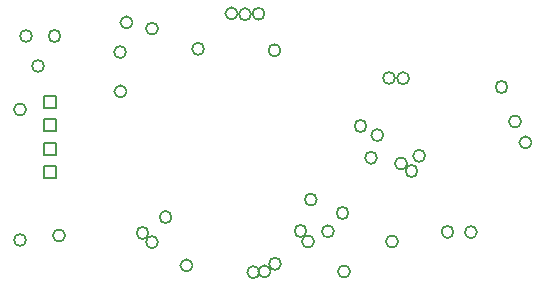
<source format=gbr>
G04*
G04 #@! TF.GenerationSoftware,Altium Limited,Altium Designer,23.0.1 (38)*
G04*
G04 Layer_Color=2752767*
%FSLAX25Y25*%
%MOIN*%
G70*
G04*
G04 #@! TF.SameCoordinates,7EA281D9-4360-43E8-82A8-E858FA6B50C7*
G04*
G04*
G04 #@! TF.FilePolarity,Positive*
G04*
G01*
G75*
%ADD13C,0.00500*%
%ADD78C,0.00667*%
D13*
X320000Y236000D02*
Y240000D01*
X324000D01*
Y236000D01*
X320000D01*
Y243874D02*
Y247874D01*
X324000D01*
Y243874D01*
X320000D01*
Y251748D02*
Y255748D01*
X324000D01*
Y251748D01*
X320000D01*
Y259622D02*
Y263622D01*
X324000D01*
Y259622D01*
X320000D01*
D78*
X482500Y248000D02*
G03*
X482500Y248000I-2000J0D01*
G01*
X422000Y205000D02*
G03*
X422000Y205000I-2000J0D01*
G01*
X384500Y291000D02*
G03*
X384500Y291000I-2000J0D01*
G01*
X314000Y259000D02*
G03*
X314000Y259000I-2000J0D01*
G01*
X320000Y273500D02*
G03*
X320000Y273500I-2000J0D01*
G01*
X391772Y204768D02*
G03*
X391772Y204768I-2000J0D01*
G01*
X399000Y207550D02*
G03*
X399000Y207550I-2000J0D01*
G01*
X395500Y205000D02*
G03*
X395500Y205000I-2000J0D01*
G01*
X447047Y243547D02*
G03*
X447047Y243547I-2000J0D01*
G01*
X464304Y218133D02*
G03*
X464304Y218133I-2000J0D01*
G01*
X456500Y218200D02*
G03*
X456500Y218200I-2000J0D01*
G01*
X325500Y283500D02*
G03*
X325500Y283500I-2000J0D01*
G01*
X316000D02*
G03*
X316000Y283500I-2000J0D01*
G01*
X398818Y278726D02*
G03*
X398818Y278726I-2000J0D01*
G01*
X431000Y242900D02*
G03*
X431000Y242900I-2000J0D01*
G01*
X441000Y241000D02*
G03*
X441000Y241000I-2000J0D01*
G01*
X354835Y217835D02*
G03*
X354835Y217835I-2000J0D01*
G01*
X393500Y290900D02*
G03*
X393500Y290900I-2000J0D01*
G01*
X369500Y207000D02*
G03*
X369500Y207000I-2000J0D01*
G01*
X438000Y215000D02*
G03*
X438000Y215000I-2000J0D01*
G01*
X416626Y218374D02*
G03*
X416626Y218374I-2000J0D01*
G01*
X410000Y215000D02*
G03*
X410000Y215000I-2000J0D01*
G01*
X407500Y218500D02*
G03*
X407500Y218500I-2000J0D01*
G01*
X421500Y224500D02*
G03*
X421500Y224500I-2000J0D01*
G01*
X410920Y228969D02*
G03*
X410920Y228969I-2000J0D01*
G01*
X362523Y223129D02*
G03*
X362523Y223129I-2000J0D01*
G01*
X358000Y214785D02*
G03*
X358000Y214785I-2000J0D01*
G01*
X444500Y238500D02*
G03*
X444500Y238500I-2000J0D01*
G01*
X327000Y217000D02*
G03*
X327000Y217000I-2000J0D01*
G01*
X349500Y288000D02*
G03*
X349500Y288000I-2000J0D01*
G01*
X358000Y285950D02*
G03*
X358000Y285950I-2000J0D01*
G01*
X389000Y290750D02*
G03*
X389000Y290750I-2000J0D01*
G01*
X474500Y266500D02*
G03*
X474500Y266500I-2000J0D01*
G01*
X427500Y253500D02*
G03*
X427500Y253500I-2000J0D01*
G01*
X437000Y269500D02*
G03*
X437000Y269500I-2000J0D01*
G01*
X433093Y250448D02*
G03*
X433093Y250448I-2000J0D01*
G01*
X373349Y279207D02*
G03*
X373349Y279207I-2000J0D01*
G01*
X347500Y265000D02*
G03*
X347500Y265000I-2000J0D01*
G01*
X314000Y215500D02*
G03*
X314000Y215500I-2000J0D01*
G01*
X441700Y269409D02*
G03*
X441700Y269409I-2000J0D01*
G01*
X479000Y255000D02*
G03*
X479000Y255000I-2000J0D01*
G01*
X347354Y278146D02*
G03*
X347354Y278146I-2000J0D01*
G01*
M02*

</source>
